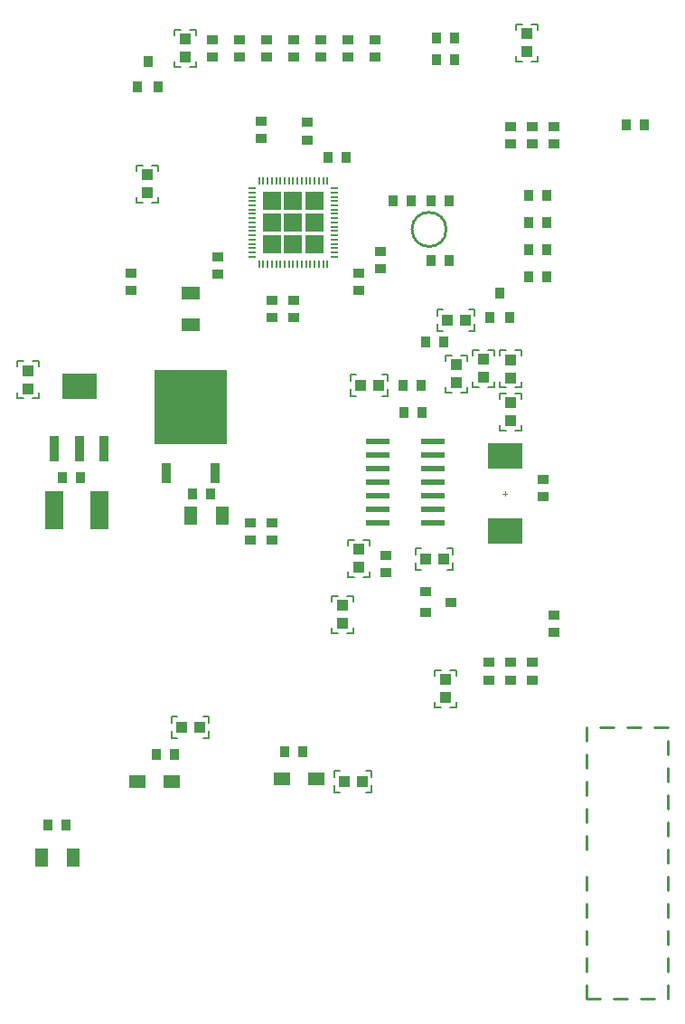
<source format=gtp>
%FSLAX24Y24*%
%MOIN*%
G70*
G01*
G75*
G04 Layer_Color=8421504*
%ADD10C,0.0060*%
%ADD11C,0.0100*%
%ADD12R,0.0374X0.0394*%
%ADD13R,0.0394X0.0374*%
%ADD14R,0.0870X0.0240*%
%ADD15R,0.2677X0.2717*%
%ADD16R,0.0374X0.0748*%
%ADD17R,0.0374X0.0945*%
%ADD18R,0.1299X0.0945*%
%ADD19R,0.0430X0.0390*%
%ADD20R,0.0492X0.0669*%
%ADD21R,0.0709X0.1417*%
%ADD22R,0.0620X0.0500*%
%ADD23R,0.0390X0.0430*%
%ADD24R,0.0354X0.0433*%
%ADD25R,0.1299X0.0945*%
%ADD26R,0.0433X0.0354*%
%ADD27R,0.0787X0.0787*%
%ADD28R,0.0787X0.0787*%
%ADD29O,0.0079X0.0295*%
%ADD30O,0.0295X0.0079*%
%ADD31R,0.0669X0.0492*%
%ADD32C,0.0080*%
%ADD33C,0.0200*%
%ADD34C,0.0300*%
%ADD35C,0.0050*%
%ADD36C,0.0039*%
%ADD37C,0.0600*%
%ADD38O,0.1000X0.0700*%
%ADD39R,0.4000X0.4300*%
%ADD40O,0.0700X0.1000*%
%ADD41R,0.0700X0.1000*%
%ADD42O,0.0700X0.1000*%
%ADD43R,0.0700X0.1000*%
%ADD44R,0.0700X0.1300*%
%ADD45O,0.0700X0.1300*%
%ADD46C,0.0800*%
%ADD47O,0.1300X0.0700*%
%ADD48R,0.1300X0.0700*%
%ADD49R,0.0394X0.0394*%
%ADD50C,0.0394*%
%ADD51C,0.0500*%
%ADD52C,0.0260*%
%ADD53C,0.0098*%
%ADD54C,0.0079*%
%ADD55C,0.0070*%
%ADD56R,0.0669X0.0669*%
%ADD57R,0.0669X0.0669*%
D11*
X-6770Y29920D02*
G03*
X-6770Y29920I-630J0D01*
G01*
X-1600Y2590D02*
Y3090D01*
Y1590D02*
X-1100D01*
X-1600D02*
Y2090D01*
Y5590D02*
Y6090D01*
Y4590D02*
Y5090D01*
Y8090D02*
Y8590D01*
Y7090D02*
Y7590D01*
Y11090D02*
Y11590D01*
Y10090D02*
Y10590D01*
X1400Y2590D02*
Y3090D01*
Y1590D02*
Y2090D01*
X400Y1590D02*
X900D01*
X1400Y5590D02*
Y6090D01*
Y4590D02*
Y5090D01*
Y8590D02*
Y9090D01*
Y7590D02*
Y8090D01*
X900Y11590D02*
X1400D01*
X-100D02*
X400D01*
X1400Y10590D02*
Y11090D01*
X-1600Y3590D02*
Y4090D01*
Y9090D02*
Y9590D01*
X1400Y3590D02*
Y4090D01*
Y6590D02*
Y7090D01*
Y9590D02*
Y10090D01*
X-600Y1590D02*
X-100D01*
X-1100Y11590D02*
X-600D01*
D12*
X-3075Y28190D02*
D03*
X-3725D02*
D03*
X-3075Y29190D02*
D03*
X-3725D02*
D03*
X-3075Y30190D02*
D03*
X-3725D02*
D03*
X-3075Y31190D02*
D03*
X-3725D02*
D03*
X525Y33790D02*
D03*
X-125D02*
D03*
X-6675Y30990D02*
D03*
X-7325D02*
D03*
X-6675Y28790D02*
D03*
X-7325D02*
D03*
X-8355Y24190D02*
D03*
X-7705D02*
D03*
X-6475Y36190D02*
D03*
X-7125D02*
D03*
Y36990D02*
D03*
X-6475D02*
D03*
X-15475Y20190D02*
D03*
X-16125D02*
D03*
X-20275Y20790D02*
D03*
X-20925D02*
D03*
X-20795Y7990D02*
D03*
X-21445D02*
D03*
X-12075Y10660D02*
D03*
X-12725D02*
D03*
X-16795Y10590D02*
D03*
X-17445D02*
D03*
X-8325Y23190D02*
D03*
X-7675D02*
D03*
X-6875Y25790D02*
D03*
X-7525D02*
D03*
X-11125Y32590D02*
D03*
X-10475D02*
D03*
X-8725Y30990D02*
D03*
X-8075D02*
D03*
D13*
X-2800Y33065D02*
D03*
Y33715D02*
D03*
X-3600Y33065D02*
D03*
Y33715D02*
D03*
X-4400Y33065D02*
D03*
Y33715D02*
D03*
X-3600Y13315D02*
D03*
Y13965D02*
D03*
X-4400Y13315D02*
D03*
Y13965D02*
D03*
X-5200Y13315D02*
D03*
Y13965D02*
D03*
X-15400Y36915D02*
D03*
Y36265D02*
D03*
X-14400Y36915D02*
D03*
Y36265D02*
D03*
X-13400Y36915D02*
D03*
Y36265D02*
D03*
X-12400Y36915D02*
D03*
Y36265D02*
D03*
X-11400Y36915D02*
D03*
Y36265D02*
D03*
X-10400Y36915D02*
D03*
Y36265D02*
D03*
X-9400Y36915D02*
D03*
Y36265D02*
D03*
X-2800Y15715D02*
D03*
Y15065D02*
D03*
X-18400Y28315D02*
D03*
Y27665D02*
D03*
X-3200Y20065D02*
D03*
Y20715D02*
D03*
X-9000Y17265D02*
D03*
Y17915D02*
D03*
X-13200Y18465D02*
D03*
Y19115D02*
D03*
X-14000D02*
D03*
Y18465D02*
D03*
X-11890Y33210D02*
D03*
Y33860D02*
D03*
X-13600Y33265D02*
D03*
Y33915D02*
D03*
X-9200Y29115D02*
D03*
Y28465D02*
D03*
X-10000Y28315D02*
D03*
Y27665D02*
D03*
X-12400Y27315D02*
D03*
Y26665D02*
D03*
X-13200Y27315D02*
D03*
Y26665D02*
D03*
X-15200Y28915D02*
D03*
Y28265D02*
D03*
D14*
X-7250Y20620D02*
D03*
X-9280D02*
D03*
X-7250Y19620D02*
D03*
Y19120D02*
D03*
Y20120D02*
D03*
X-9280Y19620D02*
D03*
Y19120D02*
D03*
Y20120D02*
D03*
X-7250Y21120D02*
D03*
Y21620D02*
D03*
Y22120D02*
D03*
X-9280Y21120D02*
D03*
Y21620D02*
D03*
Y22120D02*
D03*
D15*
X-16200Y23390D02*
D03*
D16*
X-15302Y20949D02*
D03*
X-17098D02*
D03*
D17*
X-21216Y21848D02*
D03*
X-20310D02*
D03*
X-19404D02*
D03*
D18*
X-20310Y24132D02*
D03*
D19*
X-3800Y36460D02*
D03*
Y37130D02*
D03*
X-6400Y24260D02*
D03*
Y24930D02*
D03*
X-6800Y12660D02*
D03*
Y13330D02*
D03*
X-4400Y22860D02*
D03*
Y23530D02*
D03*
Y25120D02*
D03*
Y24450D02*
D03*
X-10600Y15400D02*
D03*
Y16070D02*
D03*
X-5400Y24460D02*
D03*
Y25130D02*
D03*
X-10000Y17460D02*
D03*
Y18130D02*
D03*
X-17800Y31260D02*
D03*
Y31930D02*
D03*
X-22200Y24720D02*
D03*
Y24050D02*
D03*
X-16400Y36930D02*
D03*
Y36260D02*
D03*
D20*
X-15019Y19390D02*
D03*
X-16181D02*
D03*
X-20539Y6790D02*
D03*
X-21701D02*
D03*
D21*
X-21227Y19590D02*
D03*
X-19573D02*
D03*
D22*
X-11570Y9660D02*
D03*
X-12830D02*
D03*
X-16890Y9590D02*
D03*
X-18150D02*
D03*
D23*
X-10530D02*
D03*
X-9860D02*
D03*
X-16530Y11590D02*
D03*
X-15860D02*
D03*
X-6730Y26590D02*
D03*
X-6060D02*
D03*
X-6870Y17790D02*
D03*
X-7540D02*
D03*
X-9930Y24190D02*
D03*
X-9260D02*
D03*
D24*
X-4800Y27590D02*
D03*
X-4426Y26661D02*
D03*
X-5174D02*
D03*
X-17774Y36119D02*
D03*
X-17400Y35190D02*
D03*
X-18148D02*
D03*
D25*
X-4600Y21558D02*
D03*
Y18822D02*
D03*
D26*
X-6600Y16190D02*
D03*
X-7529Y15816D02*
D03*
Y16564D02*
D03*
D29*
X-13672Y31703D02*
D03*
X-13515D02*
D03*
X-13357D02*
D03*
X-13200D02*
D03*
X-13043D02*
D03*
X-12885D02*
D03*
X-12728D02*
D03*
X-12570D02*
D03*
X-12413D02*
D03*
X-12255D02*
D03*
X-12098D02*
D03*
X-11940D02*
D03*
X-11783D02*
D03*
X-11625D02*
D03*
X-11468D02*
D03*
X-11310D02*
D03*
X-11153D02*
D03*
Y28652D02*
D03*
X-11310D02*
D03*
X-11468D02*
D03*
X-11625D02*
D03*
X-11783D02*
D03*
X-11940D02*
D03*
X-12098D02*
D03*
X-12255D02*
D03*
X-12413D02*
D03*
X-12570D02*
D03*
X-12728D02*
D03*
X-12885D02*
D03*
X-13043D02*
D03*
X-13200D02*
D03*
X-13357D02*
D03*
X-13515D02*
D03*
X-13672D02*
D03*
D30*
X-10887Y31437D02*
D03*
Y31280D02*
D03*
Y31122D02*
D03*
Y30965D02*
D03*
Y30807D02*
D03*
Y30650D02*
D03*
Y30492D02*
D03*
Y30335D02*
D03*
Y30177D02*
D03*
Y30020D02*
D03*
Y29862D02*
D03*
Y29705D02*
D03*
Y29547D02*
D03*
Y29390D02*
D03*
Y29233D02*
D03*
Y29075D02*
D03*
Y28918D02*
D03*
X-13938D02*
D03*
Y29075D02*
D03*
Y29233D02*
D03*
Y29390D02*
D03*
Y29547D02*
D03*
Y29705D02*
D03*
Y29862D02*
D03*
Y30020D02*
D03*
Y30177D02*
D03*
Y30335D02*
D03*
Y30492D02*
D03*
Y30650D02*
D03*
Y30807D02*
D03*
Y30965D02*
D03*
Y31122D02*
D03*
Y31280D02*
D03*
Y31437D02*
D03*
D31*
X-16200Y26409D02*
D03*
Y27571D02*
D03*
D35*
X-3400Y36110D02*
Y36310D01*
X-3640Y36110D02*
X-3400D01*
X-4200D02*
Y36310D01*
Y36110D02*
X-3960D01*
X-3400Y37270D02*
Y37470D01*
X-3640D02*
X-3400D01*
X-4200Y37270D02*
Y37470D01*
X-3960D01*
X-10880Y9190D02*
X-10680D01*
X-10880D02*
Y9430D01*
Y9990D02*
X-10680D01*
X-10880Y9750D02*
Y9990D01*
X-9720Y9190D02*
X-9520D01*
Y9430D01*
X-9720Y9990D02*
X-9520D01*
Y9750D02*
Y9990D01*
X-16880Y11190D02*
X-16680D01*
X-16880D02*
Y11430D01*
Y11990D02*
X-16680D01*
X-16880Y11750D02*
Y11990D01*
X-15720Y11190D02*
X-15520D01*
Y11430D01*
X-15720Y11990D02*
X-15520D01*
Y11750D02*
Y11990D01*
X-7080Y26190D02*
X-6880D01*
X-7080D02*
Y26430D01*
Y26990D02*
X-6880D01*
X-7080Y26750D02*
Y26990D01*
X-5920Y26190D02*
X-5720D01*
Y26430D01*
X-5920Y26990D02*
X-5720D01*
Y26750D02*
Y26990D01*
X-6000Y23910D02*
Y24110D01*
X-6240Y23910D02*
X-6000D01*
X-6800D02*
Y24110D01*
Y23910D02*
X-6560D01*
X-6000Y25070D02*
Y25270D01*
X-6240D02*
X-6000D01*
X-6800Y25070D02*
Y25270D01*
X-6560D01*
X-6400Y12310D02*
Y12510D01*
X-6640Y12310D02*
X-6400D01*
X-7200D02*
Y12510D01*
Y12310D02*
X-6960D01*
X-6400Y13470D02*
Y13670D01*
X-6640D02*
X-6400D01*
X-7200Y13470D02*
Y13670D01*
X-6960D01*
X-4000Y22510D02*
Y22710D01*
X-4240Y22510D02*
X-4000D01*
X-4800D02*
Y22710D01*
Y22510D02*
X-4560D01*
X-4000Y23670D02*
Y23870D01*
X-4240D02*
X-4000D01*
X-4800Y23670D02*
Y23870D01*
X-4560D01*
X-4800Y25270D02*
Y25470D01*
X-4560D01*
X-4000Y25270D02*
Y25470D01*
X-4240D02*
X-4000D01*
X-4800Y24110D02*
Y24310D01*
Y24110D02*
X-4560D01*
X-4000D02*
Y24310D01*
X-4240Y24110D02*
X-4000D01*
X-10200Y15050D02*
Y15250D01*
X-10440Y15050D02*
X-10200D01*
X-11000D02*
Y15250D01*
Y15050D02*
X-10760D01*
X-10200Y16210D02*
Y16410D01*
X-10440D02*
X-10200D01*
X-11000Y16210D02*
Y16410D01*
X-10760D01*
X-5000Y24110D02*
Y24310D01*
X-5240Y24110D02*
X-5000D01*
X-5800D02*
Y24310D01*
Y24110D02*
X-5560D01*
X-5000Y25270D02*
Y25470D01*
X-5240D02*
X-5000D01*
X-5800Y25270D02*
Y25470D01*
X-5560D01*
X-6720Y18190D02*
X-6520D01*
Y17950D02*
Y18190D01*
X-6720Y17390D02*
X-6520D01*
Y17630D01*
X-7880Y18190D02*
X-7680D01*
X-7880Y17950D02*
Y18190D01*
Y17390D02*
X-7680D01*
X-7880D02*
Y17630D01*
X-9600Y17110D02*
Y17310D01*
X-9840Y17110D02*
X-9600D01*
X-10400D02*
Y17310D01*
Y17110D02*
X-10160D01*
X-9600Y18270D02*
Y18470D01*
X-9840D02*
X-9600D01*
X-10400Y18270D02*
Y18470D01*
X-10160D01*
X-10280Y23790D02*
X-10080D01*
X-10280D02*
Y24030D01*
Y24590D02*
X-10080D01*
X-10280Y24350D02*
Y24590D01*
X-9120Y23790D02*
X-8920D01*
Y24030D01*
X-9120Y24590D02*
X-8920D01*
Y24350D02*
Y24590D01*
X-17400Y30910D02*
Y31110D01*
X-17640Y30910D02*
X-17400D01*
X-18200D02*
Y31110D01*
Y30910D02*
X-17960D01*
X-17400Y32070D02*
Y32270D01*
X-17640D02*
X-17400D01*
X-18200Y32070D02*
Y32270D01*
X-17960D01*
X-22600Y24870D02*
Y25070D01*
X-22360D01*
X-21800Y24870D02*
Y25070D01*
X-22040D02*
X-21800D01*
X-22600Y23710D02*
Y23910D01*
Y23710D02*
X-22360D01*
X-21800D02*
Y23910D01*
X-22040Y23710D02*
X-21800D01*
X-16800Y37270D02*
X-16560D01*
X-16800Y37070D02*
Y37270D01*
X-16240D02*
X-16000D01*
Y37070D02*
Y37270D01*
X-16800Y35910D02*
X-16560D01*
X-16800D02*
Y36110D01*
X-16240Y35910D02*
X-16000D01*
Y36110D01*
D36*
X-4679Y20190D02*
X-4521D01*
X-4600Y20111D02*
Y20269D01*
D56*
X-12413Y29390D02*
D03*
Y30965D02*
D03*
X-13200Y29390D02*
D03*
X-11625Y30965D02*
D03*
D57*
X-13200Y30177D02*
D03*
Y30965D02*
D03*
X-11625Y29390D02*
D03*
Y30177D02*
D03*
X-12413D02*
D03*
M02*

</source>
